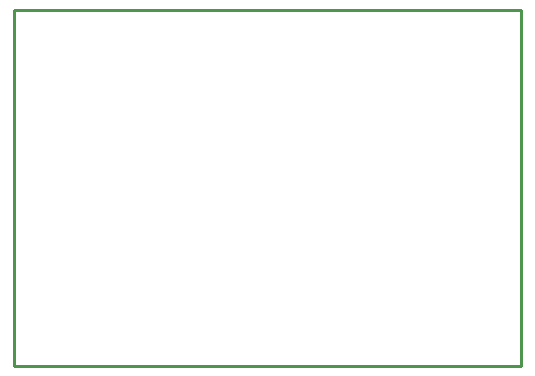
<source format=gko>
G04 Layer: BoardOutline*
G04 EasyEDA v6.3.22, 2020-01-17T17:02:50--8:00*
G04 00b4f696a6e84f9c838c38f8efb8d84c,fa4d7a5b45b64ba9a5df01c69efcfd0a,10*
G04 Gerber Generator version 0.2*
G04 Scale: 100 percent, Rotated: No, Reflected: No *
G04 Dimensions in millimeters *
G04 leading zeros omitted , absolute positions ,3 integer and 3 decimal *
%FSLAX33Y33*%
%MOMM*%
G90*
G71D02*

%ADD10C,0.254000*%
G54D10*
G01X0Y30099D02*
G01X42926Y30099D01*
G01X42926Y0D01*
G01X0Y0D01*
G01X0Y30099D01*

%LPD*%
M00*
M02*

</source>
